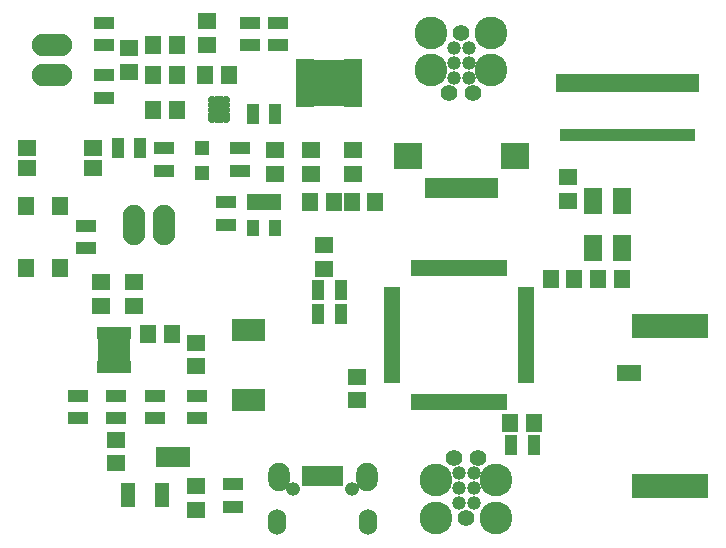
<source format=gts>
G04 #@! TF.FileFunction,Soldermask,Top*
%FSLAX46Y46*%
G04 Gerber Fmt 4.6, Leading zero omitted, Abs format (unit mm)*
G04 Created by KiCad (PCBNEW 4.0.6+dfsg1-1) date Tue Dec 26 18:50:37 2017*
%MOMM*%
%LPD*%
G01*
G04 APERTURE LIST*
%ADD10C,0.100000*%
%ADD11R,1.400000X2.000000*%
%ADD12R,2.000000X1.400000*%
%ADD13R,1.400000X1.650000*%
%ADD14R,1.650000X1.400000*%
%ADD15R,0.850000X1.700000*%
%ADD16O,1.850000X2.400000*%
%ADD17O,1.550000X2.200000*%
%ADD18O,1.200000X1.200000*%
%ADD19R,1.300000X2.100000*%
%ADD20R,1.050000X1.460000*%
%ADD21R,0.850000X1.850000*%
%ADD22R,0.650000X1.400000*%
%ADD23R,1.400000X0.650000*%
%ADD24R,0.650000X1.100000*%
%ADD25R,1.590000X1.230000*%
%ADD26R,1.100000X0.650000*%
%ADD27R,1.010000X1.110000*%
%ADD28R,1.600000X2.200000*%
%ADD29C,2.774900*%
%ADD30C,1.390600*%
%ADD31C,1.187400*%
%ADD32R,1.300000X1.200000*%
%ADD33R,1.100000X1.700000*%
%ADD34R,1.700000X1.100000*%
%ADD35C,0.700000*%
%ADD36R,1.600000X1.400000*%
%ADD37R,1.400000X1.500000*%
%ADD38R,1.530000X1.110000*%
%ADD39R,2.550000X3.950000*%
%ADD40O,1.910000X3.410000*%
%ADD41R,0.700000X1.100000*%
%ADD42R,0.700000X1.650000*%
%ADD43R,0.700000X1.700000*%
%ADD44R,2.400000X2.200000*%
%ADD45O,3.410000X1.910000*%
G04 APERTURE END LIST*
D10*
D11*
X86090000Y-164950000D03*
X84820000Y-164950000D03*
X83550000Y-164950000D03*
X82280000Y-164950000D03*
X81010000Y-164950000D03*
D12*
X80000000Y-168950000D03*
D11*
X81010000Y-178450000D03*
X82280000Y-178450000D03*
X83550000Y-178450000D03*
X84820000Y-178450000D03*
X86090000Y-178450000D03*
D13*
X53030000Y-154430000D03*
X55030000Y-154430000D03*
D14*
X54250000Y-158075000D03*
X54250000Y-160075000D03*
X36600000Y-174575000D03*
X36600000Y-176575000D03*
X43400000Y-178475000D03*
X43400000Y-180475000D03*
D15*
X52800000Y-177675000D03*
X53450000Y-177675000D03*
X54100000Y-177675000D03*
X54750000Y-177675000D03*
X55400000Y-177675000D03*
D16*
X50375000Y-177725000D03*
X57825000Y-177725000D03*
D17*
X50225000Y-181525000D03*
X57975000Y-181525000D03*
D18*
X51600000Y-178775000D03*
X56600000Y-178775000D03*
D19*
X40500000Y-179275000D03*
X37600000Y-179275000D03*
D20*
X50080000Y-154435000D03*
X49130000Y-154435000D03*
X48180000Y-154435000D03*
X48180000Y-156635000D03*
X50080000Y-156635000D03*
D21*
X46885000Y-171185000D03*
X47535000Y-171185000D03*
X48185000Y-171185000D03*
X48835000Y-171185000D03*
X48835000Y-165285000D03*
X48185000Y-165285000D03*
X47535000Y-165285000D03*
X46885000Y-165285000D03*
D22*
X69390000Y-159995000D03*
X68890000Y-159995000D03*
X68390000Y-159995000D03*
X67890000Y-159995000D03*
X67390000Y-159995000D03*
X66890000Y-159995000D03*
X66390000Y-159995000D03*
X65890000Y-159995000D03*
X65390000Y-159995000D03*
X64890000Y-159995000D03*
X64390000Y-159995000D03*
X63890000Y-159995000D03*
X63390000Y-159995000D03*
X62890000Y-159995000D03*
X62390000Y-159995000D03*
X61890000Y-159995000D03*
D23*
X59940000Y-161945000D03*
X59940000Y-162445000D03*
X59940000Y-162945000D03*
X59940000Y-163445000D03*
X59940000Y-163945000D03*
X59940000Y-164445000D03*
X59940000Y-164945000D03*
X59940000Y-165445000D03*
X59940000Y-165945000D03*
X59940000Y-166445000D03*
X59940000Y-166945000D03*
X59940000Y-167445000D03*
X59940000Y-167945000D03*
X59940000Y-168445000D03*
X59940000Y-168945000D03*
X59940000Y-169445000D03*
D22*
X61890000Y-171395000D03*
X62390000Y-171395000D03*
X62890000Y-171395000D03*
X63390000Y-171395000D03*
X63890000Y-171395000D03*
X64390000Y-171395000D03*
X64890000Y-171395000D03*
X65390000Y-171395000D03*
X65890000Y-171395000D03*
X66390000Y-171395000D03*
X66890000Y-171395000D03*
X67390000Y-171395000D03*
X67890000Y-171395000D03*
X68390000Y-171395000D03*
X68890000Y-171395000D03*
X69390000Y-171395000D03*
D23*
X71340000Y-169445000D03*
X71340000Y-168945000D03*
X71340000Y-168445000D03*
X71340000Y-167945000D03*
X71340000Y-167445000D03*
X71340000Y-166945000D03*
X71340000Y-166445000D03*
X71340000Y-165945000D03*
X71340000Y-165445000D03*
X71340000Y-164945000D03*
X71340000Y-164445000D03*
X71340000Y-163945000D03*
X71340000Y-163445000D03*
X71340000Y-162945000D03*
X71340000Y-162445000D03*
X71340000Y-161945000D03*
D24*
X37555000Y-165565000D03*
X37105000Y-165565000D03*
X36655000Y-165565000D03*
X36205000Y-165565000D03*
X35755000Y-165565000D03*
X35305000Y-165565000D03*
X35305000Y-168365000D03*
X35755000Y-168365000D03*
X36205000Y-168365000D03*
X36655000Y-168365000D03*
X37105000Y-168365000D03*
X37555000Y-168365000D03*
D25*
X35835000Y-167380000D03*
X37025000Y-167380000D03*
X35835000Y-166550000D03*
X37025000Y-166550000D03*
D26*
X40500000Y-175550000D03*
X40500000Y-176050000D03*
X40500000Y-176550000D03*
X42350000Y-176550000D03*
X42350000Y-176050000D03*
X42350000Y-175550000D03*
D27*
X41425000Y-176405000D03*
X41425000Y-175695000D03*
D28*
X77025000Y-154325000D03*
X77025000Y-158325000D03*
X79425000Y-158325000D03*
X79425000Y-154325000D03*
D29*
X63285000Y-140110000D03*
X68365000Y-140110000D03*
X68365000Y-143285000D03*
X63285000Y-143285000D03*
D30*
X66841000Y-145190000D03*
X64809000Y-145190000D03*
X65825000Y-140110000D03*
D31*
X65190000Y-141380000D03*
X66460000Y-141380000D03*
X65190000Y-142650000D03*
X66460000Y-142650000D03*
X65190000Y-143920000D03*
X66460000Y-143920000D03*
D29*
X68815000Y-181165000D03*
X63735000Y-181165000D03*
X63735000Y-177990000D03*
X68815000Y-177990000D03*
D30*
X65259000Y-176085000D03*
X67291000Y-176085000D03*
X66275000Y-181165000D03*
D31*
X66910000Y-179895000D03*
X65640000Y-179895000D03*
X66910000Y-178625000D03*
X65640000Y-178625000D03*
X66910000Y-177355000D03*
X65640000Y-177355000D03*
D13*
X58575000Y-154425000D03*
X56575000Y-154425000D03*
D14*
X57000000Y-171225000D03*
X57000000Y-169225000D03*
D13*
X71975000Y-173150000D03*
X69975000Y-173150000D03*
X73400000Y-160925000D03*
X75400000Y-160925000D03*
X79425000Y-160925000D03*
X77425000Y-160925000D03*
D14*
X74850000Y-154325000D03*
X74850000Y-152325000D03*
X50075000Y-150025000D03*
X50075000Y-152025000D03*
X53100000Y-150025000D03*
X53100000Y-152025000D03*
D13*
X39325000Y-165575000D03*
X41325000Y-165575000D03*
D14*
X38100000Y-163200000D03*
X38100000Y-161200000D03*
X56675000Y-150025000D03*
X56675000Y-152025000D03*
X43375000Y-166350000D03*
X43375000Y-168350000D03*
D13*
X44140000Y-143700000D03*
X46140000Y-143700000D03*
X41775000Y-143700000D03*
X39775000Y-143700000D03*
D14*
X44275000Y-141150000D03*
X44275000Y-139150000D03*
D13*
X41775000Y-146625000D03*
X39775000Y-146625000D03*
X41775000Y-141150000D03*
X39775000Y-141150000D03*
D14*
X35350000Y-161200000D03*
X35350000Y-163200000D03*
X37725000Y-143400000D03*
X37725000Y-141400000D03*
D32*
X43925000Y-152000000D03*
X43925000Y-149900000D03*
D33*
X36750000Y-149875000D03*
X38650000Y-149875000D03*
D34*
X40650000Y-149875000D03*
X40650000Y-151775000D03*
X39900000Y-172725000D03*
X39900000Y-170825000D03*
D33*
X55650000Y-161875000D03*
X53750000Y-161875000D03*
D34*
X43425000Y-172725000D03*
X43425000Y-170825000D03*
D33*
X53750000Y-163925000D03*
X55650000Y-163925000D03*
D34*
X45925000Y-156350000D03*
X45925000Y-154450000D03*
X47125000Y-151775000D03*
X47125000Y-149875000D03*
X34100000Y-156450000D03*
X34100000Y-158350000D03*
D33*
X70075000Y-174975000D03*
X71975000Y-174975000D03*
X48180000Y-147010000D03*
X50080000Y-147010000D03*
D34*
X47960000Y-141140000D03*
X47960000Y-139240000D03*
X50350000Y-141140000D03*
X50350000Y-139240000D03*
X33350000Y-170825000D03*
X33350000Y-172725000D03*
X36625000Y-170825000D03*
X36625000Y-172725000D03*
X35575000Y-143700000D03*
X35575000Y-145600000D03*
X35575000Y-141150000D03*
X35575000Y-139250000D03*
X46475000Y-178325000D03*
X46475000Y-180225000D03*
D35*
X45920000Y-147430000D03*
X45920000Y-147030000D03*
X45920000Y-146630000D03*
X45920000Y-146230000D03*
X45920000Y-145830000D03*
X45520000Y-147430000D03*
X45120000Y-147430000D03*
X44720000Y-147430000D03*
X45120000Y-147030000D03*
X45520000Y-147030000D03*
X45520000Y-146630000D03*
X45520000Y-146230000D03*
X45520000Y-145830000D03*
X44720000Y-147030000D03*
X44720000Y-146630000D03*
X45120000Y-146630000D03*
X45120000Y-146230000D03*
X44720000Y-146230000D03*
X44720000Y-145830000D03*
X45120000Y-145830000D03*
D36*
X29062500Y-149887500D03*
X29062500Y-151587500D03*
X34662500Y-149887500D03*
X34662500Y-151587500D03*
D37*
X28950000Y-160050000D03*
X28950000Y-154750000D03*
X31900000Y-160050000D03*
X31900000Y-154750000D03*
D38*
X52625000Y-145875000D03*
X52625000Y-144875000D03*
X52625000Y-143875000D03*
X52625000Y-142875000D03*
X56655000Y-145875000D03*
X56655000Y-144875000D03*
X56655000Y-143875000D03*
X56655000Y-142875000D03*
D39*
X54629400Y-144361200D03*
D40*
X38125000Y-156400000D03*
X40665000Y-156400000D03*
D41*
X85325000Y-148750000D03*
X84725000Y-148750000D03*
X84125000Y-148750000D03*
X83525000Y-148750000D03*
X82925000Y-148750000D03*
X82325000Y-148750000D03*
X81725000Y-148750000D03*
X81125000Y-148750000D03*
X80525000Y-148750000D03*
X79925000Y-148750000D03*
X79325000Y-148750000D03*
X78725000Y-148750000D03*
X78125000Y-148750000D03*
X77525000Y-148750000D03*
X76925000Y-148750000D03*
X76325000Y-148750000D03*
X75725000Y-148750000D03*
X75125000Y-148750000D03*
X74525000Y-148750000D03*
D42*
X85625000Y-144325000D03*
X85025000Y-144325000D03*
X84425000Y-144325000D03*
X83825000Y-144325000D03*
X83225000Y-144325000D03*
X82625000Y-144325000D03*
X82025000Y-144325000D03*
X81425000Y-144325000D03*
X80825000Y-144325000D03*
X80225000Y-144325000D03*
X79625000Y-144325000D03*
X79025000Y-144325000D03*
X78425000Y-144325000D03*
X77825000Y-144325000D03*
X77225000Y-144325000D03*
X76625000Y-144325000D03*
X76025000Y-144325000D03*
X75425000Y-144325000D03*
X74825000Y-144325000D03*
X74225000Y-144325000D03*
D43*
X63120000Y-153290000D03*
D44*
X61320000Y-150540000D03*
D43*
X63620000Y-153290000D03*
X64120000Y-153290000D03*
X64620000Y-153290000D03*
X65120000Y-153290000D03*
X65620000Y-153290000D03*
X66120000Y-153290000D03*
X66620000Y-153290000D03*
X67120000Y-153290000D03*
X67620000Y-153290000D03*
X68120000Y-153290000D03*
X68620000Y-153290000D03*
D44*
X70420000Y-150540000D03*
D45*
X31175000Y-143700000D03*
X31175000Y-141160000D03*
M02*

</source>
